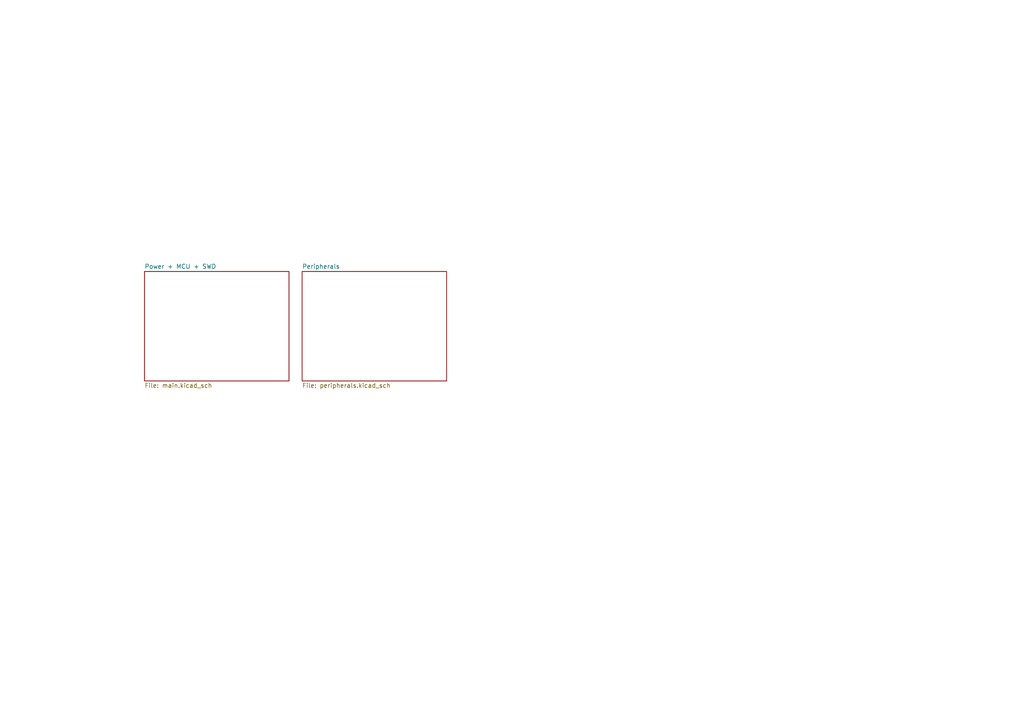
<source format=kicad_sch>
(kicad_sch
	(version 20231120)
	(generator "eeschema")
	(generator_version "8.0")
	(uuid "7cae77ef-15c7-4fc8-9806-3b507e511299")
	(paper "A4")
	(lib_symbols)
	(sheet
		(at 87.63 78.74)
		(size 41.91 31.75)
		(fields_autoplaced yes)
		(stroke
			(width 0.1524)
			(type solid)
		)
		(fill
			(color 0 0 0 0.0000)
		)
		(uuid "0db14976-1127-4a14-a6bd-eb24f09f13b1")
		(property "Sheetname" "Peripherals"
			(at 87.63 78.0284 0)
			(effects
				(font
					(size 1.27 1.27)
				)
				(justify left bottom)
			)
		)
		(property "Sheetfile" "peripherals.kicad_sch"
			(at 87.63 111.0746 0)
			(effects
				(font
					(size 1.27 1.27)
				)
				(justify left top)
			)
		)
		(instances
			(project "nrf52-module-usb-carrier-hw"
				(path "/7cae77ef-15c7-4fc8-9806-3b507e511299"
					(page "3")
				)
			)
		)
	)
	(sheet
		(at 41.91 78.74)
		(size 41.91 31.75)
		(fields_autoplaced yes)
		(stroke
			(width 0.1524)
			(type solid)
		)
		(fill
			(color 0 0 0 0.0000)
		)
		(uuid "3a1b227b-4526-407e-8723-8db2dc6822f1")
		(property "Sheetname" "Power + MCU + SWD"
			(at 41.91 78.0284 0)
			(effects
				(font
					(size 1.27 1.27)
				)
				(justify left bottom)
			)
		)
		(property "Sheetfile" "main.kicad_sch"
			(at 41.91 111.0746 0)
			(effects
				(font
					(size 1.27 1.27)
				)
				(justify left top)
			)
		)
		(instances
			(project "nrf52-module-usb-carrier-hw"
				(path "/7cae77ef-15c7-4fc8-9806-3b507e511299"
					(page "2")
				)
			)
		)
	)
	(sheet_instances
		(path "/"
			(page "1")
		)
	)
)
</source>
